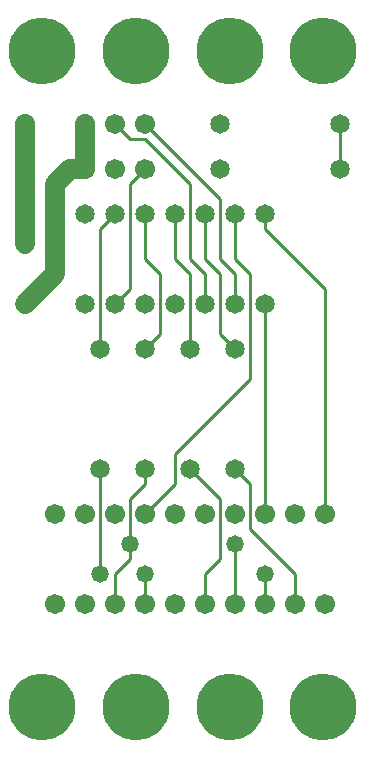
<source format=gtl>
%MOIN*%
%FSLAX25Y25*%
G04 D10 used for Character Trace; *
G04     Circle (OD=.01000) (No hole)*
G04 D11 used for Power Trace; *
G04     Circle (OD=.06700) (No hole)*
G04 D12 used for Signal Trace; *
G04     Circle (OD=.01100) (No hole)*
G04 D13 used for Via; *
G04     Circle (OD=.05800) (Round. Hole ID=.02800)*
G04 D14 used for Component hole; *
G04     Circle (OD=.06500) (Round. Hole ID=.03500)*
G04 D15 used for Component hole; *
G04     Circle (OD=.06700) (Round. Hole ID=.04300)*
G04 D16 used for Component hole; *
G04     Circle (OD=.08100) (Round. Hole ID=.05100)*
G04 D17 used for Component hole; *
G04     Circle (OD=.08900) (Round. Hole ID=.05900)*
G04 D18 used for Component hole; *
G04     Circle (OD=.11300) (Round. Hole ID=.08300)*
G04 D19 used for Component hole; *
G04     Circle (OD=.16000) (Round. Hole ID=.13000)*
G04 D20 used for Component hole; *
G04     Circle (OD=.18300) (Round. Hole ID=.15300)*
G04 D21 used for Component hole; *
G04     Circle (OD=.22291) (Round. Hole ID=.19291)*
%ADD10C,.01000*%
%ADD11C,.06700*%
%ADD12C,.01100*%
%ADD13C,.05800*%
%ADD14C,.06500*%
%ADD15C,.06700*%
%ADD16C,.08100*%
%ADD17C,.08900*%
%ADD18C,.11300*%
%ADD19C,.16000*%
%ADD20C,.18300*%
%ADD21C,.22291*%
%IPPOS*%
%LPD*%
G90*X0Y0D02*D21*X15625Y15625D03*X46875D03*D15*    
X50000Y50000D03*D12*Y60000D01*D13*D03*D12*        
X40000D02*X45000Y65000D01*X40000Y50000D02*        
Y60000D01*D15*Y50000D03*X30000D03*D13*            
X35000Y60000D03*D12*Y95000D01*D14*D03*D12*        
X45000Y70000D02*Y85000D01*D13*Y70000D03*D12*      
Y65000D01*D15*X60000Y50000D03*Y80000D03*X30000D03*
X50000D03*D12*X60000Y90000D01*Y100000D01*         
X85000Y125000D01*Y160000D01*X80000Y165000D01*     
Y180000D01*D14*D03*D12*X75000Y165000D02*          
Y185000D01*X80000Y160000D02*X75000Y165000D01*     
X80000Y150000D02*Y160000D01*D14*Y150000D03*D12*   
X70000D02*Y160000D01*D14*Y150000D03*D12*          
X75000Y140000D02*Y160000D01*X80000Y135000D02*     
X75000Y140000D01*D14*X80000Y135000D03*            
X90000Y150000D03*D12*Y80000D01*D15*D03*D12*       
X100000Y60000D02*X85000Y75000D01*X100000Y50000D02*
Y60000D01*D15*Y50000D03*D13*X90000Y60000D03*D12*  
Y50000D01*D15*D03*X80000D03*D12*Y70000D01*D13*D03*
D12*X85000Y75000D02*Y90000D01*X80000Y95000D01*D14*
D03*D12*X75000Y65000D02*Y85000D01*X70000Y60000D02*
X75000Y65000D01*X70000Y50000D02*Y60000D01*D15*    
Y50000D03*X100000Y80000D03*X40000D03*X80000D03*   
X70000D03*D12*X75000Y85000D02*X65000Y95000D01*D14*
D03*X50000D03*D12*Y90000D01*X45000Y85000D01*D15*  
X20000Y80000D03*Y50000D03*D14*X65000Y135000D03*   
D12*Y160000D01*X60000Y165000D01*Y180000D01*D14*   
D03*D12*X65000Y165000D02*Y190000D01*              
X70000Y160000D02*X65000Y165000D01*                
X75000Y160000D02*X70000Y165000D01*Y180000D01*D14* 
D03*D12*X75000Y185000D02*X50000Y210000D01*D15*D03*
D12*X45000Y205000D02*X50000D01*X65000Y190000D01*  
D14*X75000Y195000D03*D15*X50000D03*D12*           
X45000Y190000D01*Y155000D01*X40000Y150000D01*D14* 
D03*X50000D03*X30000D03*D12*X50000Y135000D02*     
X55000Y140000D01*D14*X50000Y135000D03*D12*        
X55000Y140000D02*Y160000D01*X50000Y165000D01*     
Y180000D01*D14*D03*X40000D03*D12*X35000Y175000D01*
Y135000D01*D14*D03*X10000Y150000D03*D11*          
X20000Y160000D01*Y190000D01*X25000Y195000D01*     
X30000D01*D15*D03*D11*Y210000D01*D15*D03*         
X40000D03*D12*X45000Y205000D01*D15*               
X40000Y195000D03*D14*X30000Y180000D03*D21*        
X15625Y234375D03*X46875D03*D14*X75000Y210000D03*  
X10000Y170000D03*D11*Y195000D01*D15*D03*D11*      
Y210000D01*D15*D03*D14*X60000Y150000D03*D21*      
X78125Y234375D03*D12*X110000Y155000D02*           
X90000Y175000D01*X110000Y80000D02*Y155000D01*D15* 
Y80000D03*Y50000D03*D21*X78125Y15625D03*          
X109375D03*D12*X90000Y175000D02*Y180000D01*D14*   
D03*X115000Y195000D03*D12*Y210000D01*D14*D03*D21* 
X109375Y234375D03*M02*                            

</source>
